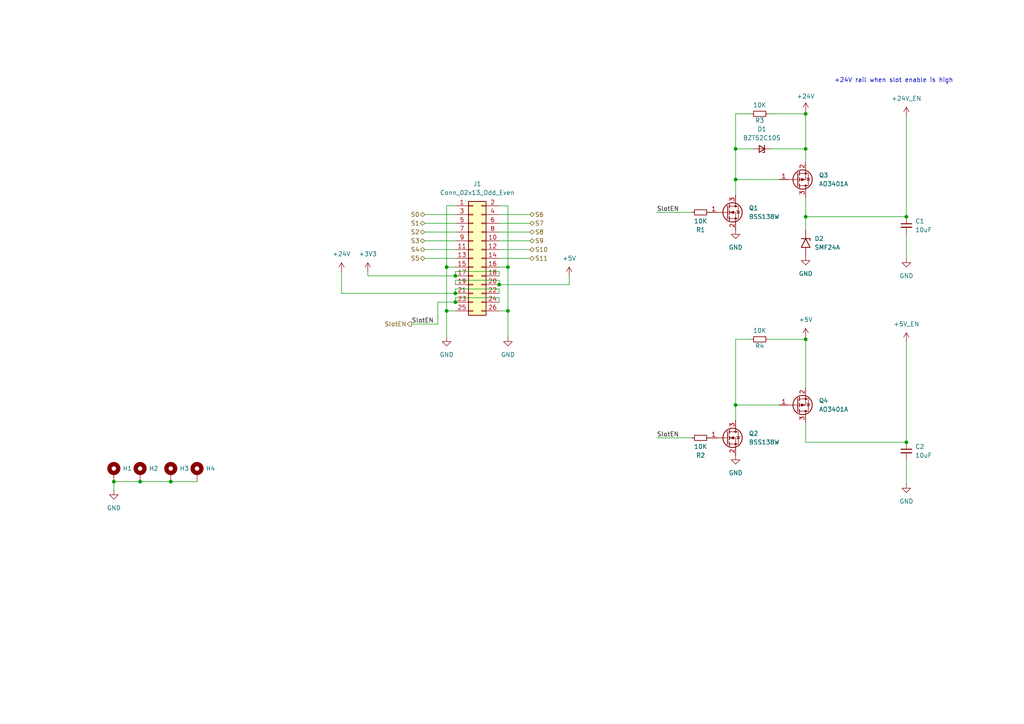
<source format=kicad_sch>
(kicad_sch (version 20231120) (generator "eeschema") (generator_version "8.0")
  (paper "A4")
  (lib_symbols
    (symbol "Connector_Generic:Conn_02x13_Odd_Even" (pin_names (offset 1.016) hide)
      (property "Reference" "J" (at 1.27 17.78 0))
      (property "Value" "Conn_02x13_Odd_Even" (at 1.27 -17.78 0))
      (symbol "Conn_02x13_Odd_Even_1_1"
        (rectangle (start -1.27 -15.113) (end 0 -15.367) (stroke (width 0.1524)))
        (rectangle (start -1.27 -12.573) (end 0 -12.827) (stroke (width 0.1524)))
        (rectangle (start -1.27 -10.033) (end 0 -10.287) (stroke (width 0.1524)))
        (rectangle (start -1.27 -7.493) (end 0 -7.747) (stroke (width 0.1524)))
        (rectangle (start -1.27 -4.953) (end 0 -5.207) (stroke (width 0.1524)))
        (rectangle (start -1.27 -2.413) (end 0 -2.667) (stroke (width 0.1524)))
        (rectangle (start -1.27 0.127) (end 0 -0.127) (stroke (width 0.1524)))
        (rectangle (start -1.27 2.667) (end 0 2.413) (stroke (width 0.1524)))
        (rectangle (start -1.27 5.207) (end 0 4.953) (stroke (width 0.1524)))
        (rectangle (start -1.27 7.747) (end 0 7.493) (stroke (width 0.1524)))
        (rectangle (start -1.27 10.287) (end 0 10.033) (stroke (width 0.1524)))
        (rectangle (start -1.27 12.827) (end 0 12.573) (stroke (width 0.1524)))
        (rectangle (start -1.27 15.367) (end 0 15.113) (stroke (width 0.1524)))
        (rectangle (start -1.27 16.51) (end 3.81 -16.51) (stroke (width 0.254)) (fill (type background)))
        (rectangle (start 3.81 -15.113) (end 2.54 -15.367) (stroke (width 0.1524)))
        (rectangle (start 3.81 -12.573) (end 2.54 -12.827) (stroke (width 0.1524)))
        (rectangle (start 3.81 -10.033) (end 2.54 -10.287) (stroke (width 0.1524)))
        (rectangle (start 3.81 -7.493) (end 2.54 -7.747) (stroke (width 0.1524)))
        (rectangle (start 3.81 -4.953) (end 2.54 -5.207) (stroke (width 0.1524)))
        (rectangle (start 3.81 -2.413) (end 2.54 -2.667) (stroke (width 0.1524)))
        (rectangle (start 3.81 0.127) (end 2.54 -0.127) (stroke (width 0.1524)))
        (rectangle (start 3.81 2.667) (end 2.54 2.413) (stroke (width 0.1524)))
        (rectangle (start 3.81 5.207) (end 2.54 4.953) (stroke (width 0.1524)))
        (rectangle (start 3.81 7.747) (end 2.54 7.493) (stroke (width 0.1524)))
        (rectangle (start 3.81 10.287) (end 2.54 10.033) (stroke (width 0.1524)))
        (rectangle (start 3.81 12.827) (end 2.54 12.573) (stroke (width 0.1524)))
        (rectangle (start 3.81 15.367) (end 2.54 15.113) (stroke (width 0.1524)))
        (pin passive line (at -5.08 15.24 0) (length 3.81) (name "Pin_1") (number "1"))
        (pin passive line (at 7.62 5.08 180) (length 3.81) (name "Pin_10") (number "10"))
        (pin passive line (at -5.08 2.54 0) (length 3.81) (name "Pin_11") (number "11"))
        (pin passive line (at 7.62 2.54 180) (length 3.81) (name "Pin_12") (number "12"))
        (pin passive line (at -5.08 0 0) (length 3.81) (name "Pin_13") (number "13"))
        (pin passive line (at 7.62 0 180) (length 3.81) (name "Pin_14") (number "14"))
        (pin passive line (at -5.08 -2.54 0) (length 3.81) (name "Pin_15") (number "15"))
        (pin passive line (at 7.62 -2.54 180) (length 3.81) (name "Pin_16") (number "16"))
        (pin passive line (at -5.08 -5.08 0) (length 3.81) (name "Pin_17") (number "17"))
        (pin passive line (at 7.62 -5.08 180) (length 3.81) (name "Pin_18") (number "18"))
        (pin passive line (at -5.08 -7.62 0) (length 3.81) (name "Pin_19") (number "19"))
        (pin passive line (at 7.62 15.24 180) (length 3.81) (name "Pin_2") (number "2"))
        (pin passive line (at 7.62 -7.62 180) (length 3.81) (name "Pin_20") (number "20"))
        (pin passive line (at -5.08 -10.16 0) (length 3.81) (name "Pin_21") (number "21"))
        (pin passive line (at 7.62 -10.16 180) (length 3.81) (name "Pin_22") (number "22"))
        (pin passive line (at -5.08 -12.7 0) (length 3.81) (name "Pin_23") (number "23"))
        (pin passive line (at 7.62 -12.7 180) (length 3.81) (name "Pin_24") (number "24"))
        (pin passive line (at -5.08 -15.24 0) (length 3.81) (name "Pin_25") (number "25"))
        (pin passive line (at 7.62 -15.24 180) (length 3.81) (name "Pin_26") (number "26"))
        (pin passive line (at -5.08 12.7 0) (length 3.81) (name "Pin_3") (number "3"))
        (pin passive line (at 7.62 12.7 180) (length 3.81) (name "Pin_4") (number "4"))
        (pin passive line (at -5.08 10.16 0) (length 3.81) (name "Pin_5") (number "5"))
        (pin passive line (at 7.62 10.16 180) (length 3.81) (name "Pin_6") (number "6"))
        (pin passive line (at -5.08 7.62 0) (length 3.81) (name "Pin_7") (number "7"))
        (pin passive line (at 7.62 7.62 180) (length 3.81) (name "Pin_8") (number "8"))
        (pin passive line (at -5.08 5.08 0) (length 3.81) (name "Pin_9") (number "9"))
      )
    )
    (symbol "Device:C_Small" (pin_numbers hide) (pin_names (offset 0.254) hide)
      (property "Reference" "C" (at 0.254 1.778 0))
      (property "Value" "C_Small" (at 0.254 -2.032 0))
      (symbol "C_Small_0_1"
        (polyline (pts (xy -1.524 -0.508) (xy 1.524 -0.508)) (stroke (width 0.3302)))
        (polyline (pts (xy -1.524 0.508) (xy 1.524 0.508)) (stroke (width 0.3048)))
      )
      (symbol "C_Small_1_1"
        (pin passive line (at 0 2.54 270) (length 2.032) (name "~") (number "1"))
        (pin passive line (at 0 -2.54 90) (length 2.032) (name "~") (number "2"))
      )
    )
    (symbol "Device:R_Small" (pin_numbers hide) (pin_names (offset 0.254) hide)
      (property "Reference" "R" (at 0.762 0.508 0))
      (property "Value" "R_Small" (at 0.762 -1.016 0))
      (symbol "R_Small_0_1"
        (rectangle (start -0.762 1.778) (end 0.762 -1.778) (stroke (width 0.2032)))
      )
      (symbol "R_Small_1_1"
        (pin passive line (at 0 2.54 270) (length 0.762) (name "~") (number "1"))
        (pin passive line (at 0 -2.54 90) (length 0.762) (name "~") (number "2"))
      )
    )
    (symbol "hadv-diodes:BZT52C10S" (pin_numbers hide) (pin_names (offset 0.254) hide)
      (property "Reference" "D" (at 0 2.286 0))
      (property "Value" "BZT52C10S" (at 0 -2.286 0))
      (symbol "BZT52C10S_0_1"
        (polyline (pts (xy 0.762 0) (xy -0.762 0)))
        (polyline (pts (xy -0.254 1.016) (xy -0.762 1.016) (xy -0.762 -1.016)) (stroke (width 0.254)))
        (polyline (pts (xy 0.762 1.016) (xy -0.762 0) (xy 0.762 -1.016) (xy 0.762 1.016)) (stroke (width 0.254)))
      )
      (symbol "BZT52C10S_1_1"
        (pin passive line (at -2.54 0 0) (length 1.778) (name "K") (number "1"))
        (pin passive line (at 2.54 0 180) (length 1.778) (name "A") (number "2"))
      )
    )
    (symbol "hadv-mechanical:MH_3.2mm" (pin_numbers hide) (pin_names (offset 1.016) hide) (in_bom no)
      (property "Reference" "H" (at 0 6.985 0))
      (symbol "MH_3.2mm_0_1"
        (circle (center 0 3.81) (radius 1.27) (stroke (width 1.27)))
      )
      (symbol "MH_3.2mm_1_1"
        (pin input line (at 0 0 90) (length 2.54) (name "1") (number "1"))
      )
    )
    (symbol "hadv-protection:SMF24A" (pin_numbers hide) (pin_names (offset 1.016) hide)
      (property "Reference" "D" (at 0 2.54 0))
      (property "Value" "SMF24A" (at 0 -2.54 0))
      (symbol "SMF24A_0_1"
        (polyline (pts (xy -0.762 1.27) (xy -1.27 1.27) (xy -1.27 -1.27)) (stroke (width 0.254)))
        (polyline (pts (xy 1.27 1.27) (xy 1.27 -1.27) (xy -1.27 0) (xy 1.27 1.27)) (stroke (width 0.254)))
      )
      (symbol "SMF24A_1_1"
        (pin passive line (at -3.81 0 0) (length 2.54) (name "A1") (number "1"))
        (pin passive line (at 3.81 0 180) (length 2.54) (name "A2") (number "2"))
      )
    )
    (symbol "hadv-transistors:AO3401A" (pin_names hide)
      (property "Reference" "Q" (at 5.08 1.905 0))
      (property "Value" "AO3401A" (at 5.08 0 0))
      (symbol "AO3401A_0_1"
        (polyline (pts (xy 0.254 0) (xy -2.54 0)))
        (polyline (pts (xy 0.254 1.905) (xy 0.254 -1.905)) (stroke (width 0.254)))
        (polyline (pts (xy 0.762 -1.27) (xy 0.762 -2.286)) (stroke (width 0.254)))
        (polyline (pts (xy 0.762 0.508) (xy 0.762 -0.508)) (stroke (width 0.254)))
        (polyline (pts (xy 0.762 2.286) (xy 0.762 1.27)) (stroke (width 0.254)))
        (polyline (pts (xy 2.54 2.54) (xy 2.54 1.778)))
        (polyline (pts (xy 2.54 -2.54) (xy 2.54 0) (xy 0.762 0)))
        (polyline (pts (xy 0.762 1.778) (xy 3.302 1.778) (xy 3.302 -1.778) (xy 0.762 -1.778)))
        (polyline (pts (xy 2.286 0) (xy 1.27 0.381) (xy 1.27 -0.381) (xy 2.286 0)) (fill (type outline)))
        (polyline (pts (xy 2.794 -0.508) (xy 2.921 -0.381) (xy 3.683 -0.381) (xy 3.81 -0.254)))
        (polyline (pts (xy 3.302 -0.381) (xy 2.921 0.254) (xy 3.683 0.254) (xy 3.302 -0.381)))
        (circle (center 1.651 0) (radius 2.794) (stroke (width 0.254)))
        (circle (center 2.54 -1.778) (radius 0.254) (fill (type outline)))
        (circle (center 2.54 1.778) (radius 0.254) (fill (type outline)))
      )
      (symbol "AO3401A_1_1"
        (pin input line (at -5.08 0 0) (length 2.54) (name "G") (number "1"))
        (pin passive line (at 2.54 -5.08 90) (length 2.54) (name "S") (number "2"))
        (pin passive line (at 2.54 5.08 270) (length 2.54) (name "D") (number "3"))
      )
    )
    (symbol "hadv-transistors:BSS138W" (pin_names (offset 0) hide)
      (property "Reference" "Q" (at 5.08 1.27 0))
      (property "Value" "BSS138W" (at 5.08 -1.27 0))
      (symbol "BSS138W_0_1"
        (polyline (pts (xy 0.254 0) (xy -2.54 0)))
        (polyline (pts (xy 0.254 1.905) (xy 0.254 -1.905)) (stroke (width 0.254)))
        (polyline (pts (xy 0.762 -1.27) (xy 0.762 -2.286)) (stroke (width 0.254)))
        (polyline (pts (xy 0.762 0.508) (xy 0.762 -0.508)) (stroke (width 0.254)))
        (polyline (pts (xy 0.762 2.286) (xy 0.762 1.27)) (stroke (width 0.254)))
        (polyline (pts (xy 2.54 2.54) (xy 2.54 1.778)))
        (polyline (pts (xy 2.54 -2.54) (xy 2.54 0) (xy 0.762 0)))
        (polyline (pts (xy 0.762 -1.778) (xy 3.302 -1.778) (xy 3.302 1.778) (xy 0.762 1.778)))
        (polyline (pts (xy 1.016 0) (xy 2.032 0.381) (xy 2.032 -0.381) (xy 1.016 0)) (fill (type outline)))
        (polyline (pts (xy 2.794 0.508) (xy 2.921 0.381) (xy 3.683 0.381) (xy 3.81 0.254)))
        (polyline (pts (xy 3.302 0.381) (xy 2.921 -0.254) (xy 3.683 -0.254) (xy 3.302 0.381)))
        (circle (center 1.651 0) (radius 2.794) (stroke (width 0.254)))
        (circle (center 2.54 -1.778) (radius 0.254) (fill (type outline)))
        (circle (center 2.54 1.778) (radius 0.254) (fill (type outline)))
      )
      (symbol "BSS138W_1_1"
        (pin input line (at -5.08 0 0) (length 2.54) (name "G") (number "1"))
        (pin passive line (at 2.54 -5.08 90) (length 2.54) (name "S") (number "2"))
        (pin passive line (at 2.54 5.08 270) (length 2.54) (name "D") (number "3"))
      )
    )
    (symbol "hadv-vregs:+24V_EN" (power) (pin_numbers hide) (pin_names (offset 0) hide)
      (property "Value" "+24V_EN" (at 0 3.556 0))
      (symbol "+24V_EN_0_1"
        (polyline (pts (xy -0.762 1.27) (xy 0 2.54)))
        (polyline (pts (xy 0 0) (xy 0 2.54)))
        (polyline (pts (xy 0 2.54) (xy 0.762 1.27)))
      )
      (symbol "+24V_EN_1_1"
        (pin power_in line (at 0 0 90) (length 0) (name "~") (number "1"))
      )
    )
    (symbol "hadv-vregs:+5V_EN" (power) (pin_numbers hide) (pin_names (offset 0) hide)
      (property "Value" "+5V_EN" (at 0 3.556 0))
      (symbol "+5V_EN_0_1"
        (polyline (pts (xy -0.762 1.27) (xy 0 2.54)))
        (polyline (pts (xy 0 0) (xy 0 2.54)))
        (polyline (pts (xy 0 2.54) (xy 0.762 1.27)))
      )
      (symbol "+5V_EN_1_1"
        (pin power_in line (at 0 0 90) (length 0) (name "~") (number "1"))
      )
    )
    (symbol "power:+24V" (power) (pin_numbers hide) (pin_names (offset 0) hide)
      (property "Value" "+24V" (at 0 3.556 0))
      (symbol "+24V_0_1"
        (polyline (pts (xy -0.762 1.27) (xy 0 2.54)))
        (polyline (pts (xy 0 0) (xy 0 2.54)))
        (polyline (pts (xy 0 2.54) (xy 0.762 1.27)))
      )
      (symbol "+24V_1_1"
        (pin power_in line (at 0 0 90) (length 0) (name "~") (number "1"))
      )
    )
    (symbol "power:+3V3" (power) (pin_numbers hide) (pin_names (offset 0) hide)
      (property "Value" "+3V3" (at 0 3.556 0))
      (symbol "+3V3_0_1"
        (polyline (pts (xy -0.762 1.27) (xy 0 2.54)))
        (polyline (pts (xy 0 0) (xy 0 2.54)))
        (polyline (pts (xy 0 2.54) (xy 0.762 1.27)))
      )
      (symbol "+3V3_1_1"
        (pin power_in line (at 0 0 90) (length 0) (name "~") (number "1"))
      )
    )
    (symbol "power:+5V" (power) (pin_numbers hide) (pin_names (offset 0) hide)
      (property "Value" "+5V" (at 0 3.556 0))
      (symbol "+5V_0_1"
        (polyline (pts (xy -0.762 1.27) (xy 0 2.54)))
        (polyline (pts (xy 0 0) (xy 0 2.54)))
        (polyline (pts (xy 0 2.54) (xy 0.762 1.27)))
      )
      (symbol "+5V_1_1"
        (pin power_in line (at 0 0 90) (length 0) (name "~") (number "1"))
      )
    )
    (symbol "power:GND" (power) (pin_numbers hide) (pin_names (offset 0) hide)
      (property "Value" "GND" (at 0 -3.81 0))
      (symbol "GND_0_1"
        (polyline (pts (xy 0 0) (xy 0 -1.27) (xy 1.27 -1.27) (xy 0 -2.54) (xy -1.27 -1.27) (xy 0 -1.27)))
      )
      (symbol "GND_1_1"
        (pin power_in line (at 0 0 270) (length 0) (name "~") (number "1"))
      )
    )
  )
  (junction (at 213.36 117.475))
  (junction (at 40.64 139.7))
  (junction (at 132.08 85.09))
  (junction (at 262.89 128.27))
  (junction (at 129.54 90.17))
  (junction (at 144.78 82.55))
  (junction (at 233.68 98.425))
  (junction (at 213.36 52.07))
  (junction (at 132.08 87.63))
  (junction (at 147.32 90.17))
  (junction (at 233.68 43.18))
  (junction (at 129.54 77.47))
  (junction (at 233.68 33.02))
  (junction (at 262.89 62.865))
  (junction (at 33.02 139.7))
  (junction (at 213.36 43.18))
  (junction (at 233.68 62.865))
  (junction (at 49.53 139.7))
  (junction (at 147.32 77.47))
  (junction (at 132.08 80.01))
  (wire (pts (xy 144.78 69.85) (xy 153.67 69.85)))
  (wire (pts (xy 144.78 82.55) (xy 144.78 81.28)))
  (wire (pts (xy 144.78 81.28) (xy 132.08 81.28)))
  (wire (pts (xy 129.54 90.17) (xy 132.08 90.17)))
  (wire (pts (xy 99.06 78.74) (xy 99.06 85.09)))
  (wire (pts (xy 99.06 85.09) (xy 132.08 85.09)))
  (wire (pts (xy 106.68 80.01) (xy 132.08 80.01)))
  (wire (pts (xy 233.68 33.02) (xy 233.68 43.18)))
  (wire (pts (xy 123.19 69.85) (xy 132.08 69.85)))
  (wire (pts (xy 40.64 139.7) (xy 49.53 139.7)))
  (wire (pts (xy 233.68 32.385) (xy 233.68 33.02)))
  (wire (pts (xy 132.08 78.74) (xy 132.08 80.01)))
  (wire (pts (xy 262.89 74.93) (xy 262.89 67.945)))
  (wire (pts (xy 144.78 72.39) (xy 153.67 72.39)))
  (wire (pts (xy 190.5 61.595) (xy 200.66 61.595)))
  (wire (pts (xy 119.38 93.98) (xy 127 93.98)))
  (wire (pts (xy 129.54 59.69) (xy 132.08 59.69)))
  (wire (pts (xy 147.32 77.47) (xy 147.32 90.17)))
  (wire (pts (xy 33.02 139.7) (xy 33.02 142.24)))
  (wire (pts (xy 213.36 43.18) (xy 213.36 52.07)))
  (wire (pts (xy 262.89 33.655) (xy 262.89 62.865)))
  (wire (pts (xy 127 87.63) (xy 127 93.98)))
  (wire (pts (xy 144.78 64.77) (xy 153.67 64.77)))
  (wire (pts (xy 129.54 77.47) (xy 132.08 77.47)))
  (wire (pts (xy 123.19 72.39) (xy 132.08 72.39)))
  (wire (pts (xy 132.08 87.63) (xy 127 87.63)))
  (wire (pts (xy 233.68 62.865) (xy 262.89 62.865)))
  (wire (pts (xy 226.06 117.475) (xy 213.36 117.475)))
  (wire (pts (xy 213.36 52.07) (xy 213.36 56.515)))
  (wire (pts (xy 144.78 67.31) (xy 153.67 67.31)))
  (wire (pts (xy 233.68 57.15) (xy 233.68 62.865)))
  (wire (pts (xy 129.54 77.47) (xy 129.54 90.17)))
  (wire (pts (xy 213.36 98.425) (xy 213.36 117.475)))
  (wire (pts (xy 144.78 86.36) (xy 132.08 86.36)))
  (wire (pts (xy 233.68 62.865) (xy 233.68 66.675)))
  (wire (pts (xy 144.78 83.82) (xy 132.08 83.82)))
  (wire (pts (xy 132.08 81.28) (xy 132.08 82.55)))
  (wire (pts (xy 222.885 98.425) (xy 233.68 98.425)))
  (wire (pts (xy 129.54 59.69) (xy 129.54 77.47)))
  (wire (pts (xy 123.19 62.23) (xy 132.08 62.23)))
  (wire (pts (xy 123.19 74.93) (xy 132.08 74.93)))
  (wire (pts (xy 222.885 33.02) (xy 233.68 33.02)))
  (wire (pts (xy 147.32 59.69) (xy 147.32 77.47)))
  (wire (pts (xy 144.78 82.55) (xy 165.1 82.55)))
  (wire (pts (xy 144.78 85.09) (xy 144.78 83.82)))
  (wire (pts (xy 123.19 64.77) (xy 132.08 64.77)))
  (wire (pts (xy 144.78 62.23) (xy 153.67 62.23)))
  (wire (pts (xy 144.78 78.74) (xy 144.78 80.01)))
  (wire (pts (xy 190.5 127) (xy 200.66 127)))
  (wire (pts (xy 132.08 83.82) (xy 132.08 85.09)))
  (wire (pts (xy 213.36 43.18) (xy 218.44 43.18)))
  (wire (pts (xy 217.805 98.425) (xy 213.36 98.425)))
  (wire (pts (xy 233.68 128.27) (xy 262.89 128.27)))
  (wire (pts (xy 132.08 86.36) (xy 132.08 87.63)))
  (wire (pts (xy 132.08 78.74) (xy 144.78 78.74)))
  (wire (pts (xy 223.52 43.18) (xy 233.68 43.18)))
  (wire (pts (xy 144.78 87.63) (xy 144.78 86.36)))
  (wire (pts (xy 262.89 140.335) (xy 262.89 133.35)))
  (wire (pts (xy 123.19 67.31) (xy 132.08 67.31)))
  (wire (pts (xy 165.1 80.01) (xy 165.1 82.55)))
  (wire (pts (xy 213.36 33.02) (xy 213.36 43.18)))
  (wire (pts (xy 144.78 77.47) (xy 147.32 77.47)))
  (wire (pts (xy 129.54 90.17) (xy 129.54 97.79)))
  (wire (pts (xy 233.68 43.18) (xy 233.68 46.99)))
  (wire (pts (xy 213.36 117.475) (xy 213.36 121.92)))
  (wire (pts (xy 217.805 33.02) (xy 213.36 33.02)))
  (wire (pts (xy 226.06 52.07) (xy 213.36 52.07)))
  (wire (pts (xy 233.68 98.425) (xy 233.68 112.395)))
  (wire (pts (xy 233.68 122.555) (xy 233.68 128.27)))
  (wire (pts (xy 144.78 74.93) (xy 153.67 74.93)))
  (wire (pts (xy 144.78 90.17) (xy 147.32 90.17)))
  (wire (pts (xy 49.53 139.7) (xy 57.15 139.7)))
  (wire (pts (xy 147.32 59.69) (xy 144.78 59.69)))
  (wire (pts (xy 33.02 139.7) (xy 40.64 139.7)))
  (wire (pts (xy 262.89 99.06) (xy 262.89 128.27)))
  (wire (pts (xy 106.68 78.74) (xy 106.68 80.01)))
  (wire (pts (xy 233.68 97.79) (xy 233.68 98.425)))
  (wire (pts (xy 147.32 90.17) (xy 147.32 97.79)))
  (text "+24V rail when slot enable is high" (at 241.935 24.13 0) (effects (font (size 1.27 1.27)) (justify left bottom)))
  (label "SlotEN" (at 190.5 127 0))
  (label "SlotEN" (at 190.5 61.595 0))
  (label "SlotEN" (at 119.38 93.98 0))
  (hierarchical_label "S11" (shape bidirectional) (at 153.67 74.93 0))
  (hierarchical_label "S6" (shape bidirectional) (at 153.67 62.23 0))
  (hierarchical_label "S0" (shape bidirectional) (at 123.19 62.23 180))
  (hierarchical_label "S2" (shape bidirectional) (at 123.19 67.31 180))
  (hierarchical_label "S5" (shape bidirectional) (at 123.19 74.93 180))
  (hierarchical_label "S7" (shape bidirectional) (at 153.67 64.77 0))
  (hierarchical_label "S1" (shape bidirectional) (at 123.19 64.77 180))
  (hierarchical_label "S10" (shape bidirectional) (at 153.67 72.39 0))
  (hierarchical_label "SlotEN" (shape output) (at 119.38 93.98 180))
  (hierarchical_label "S8" (shape bidirectional) (at 153.67 67.31 0))
  (hierarchical_label "S9" (shape bidirectional) (at 153.67 69.85 0))
  (hierarchical_label "S3" (shape bidirectional) (at 123.19 69.85 180))
  (hierarchical_label "S4" (shape bidirectional) (at 123.19 72.39 180))
  (symbol (lib_id "power:GND") (at 233.68 74.295 0) (unit 1)
    (property "Reference" "#PWR09" (effects (hide yes)))
    (property "Value" "GND" (at 233.68 79.375 0))
  )
  (symbol (lib_id "power:GND") (at 262.89 74.93 0) (unit 1)
    (property "Reference" "#PWR012" (effects (hide yes)))
    (property "Value" "GND" (at 262.89 80.01 0))
  )
  (symbol (lib_id "hadv-mechanical:MH_3.2mm") (at 57.15 139.7 0) (unit 1) (in_bom no)
    (property "Reference" "H4" (at 59.69 135.8899 0) (effects (justify left)))
    (property "Value" "MH_3.2mm" (effects (hide yes)))
    (property "Footprint" "MountingHole:MountingHole_3.2mm_M3_Pad_Via" (effects (hide yes)))
    (property "Description" "Mounting Hole with pad for M3 bolt" (effects (hide yes)))
  )
  (symbol (lib_id "power:GND") (at 129.54 97.79 0) (unit 1)
    (property "Reference" "#PWR03" (effects (hide yes)))
    (property "Value" "GND" (at 129.54 102.87 0))
    (property "Description" "Power symbol creates a global label with name \"GND\" , ground" (effects (hide yes)))
  )
  (symbol (lib_id "power:GND") (at 213.36 132.08 0) (unit 1)
    (property "Reference" "#PWR07" (effects (hide yes)))
    (property "Value" "GND" (at 213.36 137.16 0))
  )
  (symbol (lib_id "hadv-mechanical:MH_3.2mm") (at 33.02 139.7 0) (unit 1) (in_bom no)
    (property "Reference" "H1" (at 35.56 135.8899 0) (effects (justify left)))
    (property "Value" "MH_3.2mm" (effects (hide yes)))
    (property "Footprint" "MountingHole:MountingHole_3.2mm_M3_Pad_Via" (effects (hide yes)))
    (property "Description" "Mounting Hole with pad for M3 bolt" (effects (hide yes)))
  )
  (symbol (lib_id "Connector_Generic:Conn_02x13_Odd_Even") (at 137.16 74.93 0) (unit 1)
    (property "Reference" "J1" (at 138.43 53.34 0))
    (property "Value" "Conn_02x13_Odd_Even" (at 138.43 55.88 0))
    (property "Footprint" "Connector_PinHeader_2.54mm:PinHeader_2x13_P2.54mm_Horizontal" (effects (hide yes)))
    (property "Description" "Generic connector, double row, 02x13, odd/even pin numbering scheme (row 1 odd numbers, row 2 even numbers), script generated (kicad-library-utils/schlib/autogen/connector/)" (effects (hide yes)))
  )
  (symbol (lib_id "hadv-vregs:+5V_EN") (at 262.89 99.06 0) (unit 1)
    (property "Reference" "#PWR013" (effects (hide yes)))
    (property "Value" "+5V_EN" (at 262.89 93.98 0))
    (property "Description" "Power symbol creates a global label with name \"+5V_EN\"" (effects (hide yes)))
  )
  (symbol (lib_id "hadv-transistors:BSS138W") (at 210.82 61.595 0) (unit 1)
    (property "Reference" "Q1" (at 217.17 60.325 0) (effects (justify left)))
    (property "Value" "BSS138W" (at 217.17 62.865 0) (effects (justify left)))
    (property "Footprint" "Package_TO_SOT_SMD:SOT-323_SC-70" (effects (hide yes)))
    (property "MPN" "BSS138W" (effects (hide yes)))
    (property "Manufacturer" "Jiangsu Changjing Electronics Technology Co., Ltd." (effects (hide yes)))
    (property "LCSC#" "C504052" (effects (hide yes)))
  )
  (symbol (lib_id "power:+3V3") (at 106.68 78.74 0) (unit 1)
    (property "Reference" "#PWR02" (effects (hide yes)))
    (property "Value" "+3V3" (at 106.68 73.66 0))
    (property "Description" "Power symbol creates a global label with name \"+3V3\"" (effects (hide yes)))
  )
  (symbol (lib_id "power:GND") (at 213.36 66.675 0) (unit 1)
    (property "Reference" "#PWR06" (effects (hide yes)))
    (property "Value" "GND" (at 213.36 71.755 0))
  )
  (symbol (lib_id "power:+24V") (at 99.06 78.74 0) (unit 1)
    (property "Reference" "#PWR01" (effects (hide yes)))
    (property "Value" "+24V" (at 99.06 73.66 0))
    (property "Description" "Power symbol creates a global label with name \"+24V\"" (effects (hide yes)))
  )
  (symbol (lib_id "power:+24V") (at 233.68 32.385 0) (unit 1)
    (property "Reference" "#PWR08" (effects (hide yes)))
    (property "Value" "+24V" (at 233.68 27.94 0))
  )
  (symbol (lib_id "hadv-diodes:BZT52C10S") (at 220.98 43.18 180) (unit 1)
    (property "Reference" "D1" (at 220.98 37.465 0))
    (property "Value" "BZT52C10S" (at 220.98 40.005 0))
    (property "Footprint" "Diode_SMD:D_SOD-323" (effects (hide yes)))
    (property "MPN" "BZT52C10S" (effects (hide yes)))
    (property "LCSC#" "C5270769" (effects (hide yes)))
    (property "Manufacturer" "YFW" (effects (hide yes)))
  )
  (symbol (lib_id "power:GND") (at 33.02 142.24 0) (unit 1)
    (property "Reference" "#PWR071" (effects (hide yes)))
    (property "Value" "GND" (at 33.02 147.32 0))
    (property "Description" "Power symbol creates a global label with name \"GND\" , ground" (effects (hide yes)))
  )
  (symbol (lib_id "power:+5V") (at 233.68 97.79 0) (unit 1)
    (property "Reference" "#PWR010" (effects (hide yes)))
    (property "Value" "+5V" (at 233.68 92.71 0))
    (property "Description" "Power symbol creates a global label with name \"+5V\"" (effects (hide yes)))
  )
  (symbol (lib_id "Device:C_Small") (at 262.89 65.405 0) (unit 1)
    (property "Reference" "C1" (at 265.43 64.1413 0) (effects (justify left)))
    (property "Value" "10uF" (at 265.43 66.6813 0) (effects (justify left)))
    (property "Footprint" "Capacitor_SMD:C_0805_2012Metric" (effects (hide yes)))
    (property "LCSC#" "C440198" (effects (hide yes)))
    (property "MPN" "GRM21BR61H106KE43L" (effects (hide yes)))
  )
  (symbol (lib_id "hadv-protection:SMF24A") (at 233.68 70.485 270) (unit 1)
    (property "Reference" "D2" (at 236.22 69.215 90) (effects (justify left)))
    (property "Value" "SMF24A" (at 236.22 71.755 90) (effects (justify left)))
    (property "Footprint" "Diode_SMD:D_SOD-123F" (effects (hide yes)))
    (property "Datasheet" "https://datasheet.lcsc.com/lcsc/2304140030_Shandong-Jingdao-Microelectronics-SMF24A_C169430.pdf" (effects (hide yes)))
    (property "MPN" "SMF24A" (effects (hide yes)))
    (property "LCSC#" "C169430" (effects (hide yes)))
    (property "Manufacturer" "Shandong Jingdao Microelectronics" (effects (hide yes)))
  )
  (symbol (lib_id "Device:R_Small") (at 203.2 127 270) (unit 1)
    (property "Reference" "R2" (at 203.2 132.08 90))
    (property "Value" "10K" (at 203.2 129.54 90))
    (property "Footprint" "Resistor_SMD:R_0603_1608Metric" (effects (hide yes)))
  )
  (symbol (lib_id "Device:R_Small") (at 220.345 33.02 270) (unit 1)
    (property "Reference" "R3" (at 220.345 34.925 90))
    (property "Value" "10K" (at 220.345 30.48 90))
    (property "Footprint" "Resistor_SMD:R_0603_1608Metric" (effects (hide yes)))
  )
  (symbol (lib_id "Device:R_Small") (at 220.345 98.425 270) (unit 1)
    (property "Reference" "R4" (at 220.345 100.33 90))
    (property "Value" "10K" (at 220.345 95.885 90))
    (property "Footprint" "Resistor_SMD:R_0603_1608Metric" (effects (hide yes)))
  )
  (symbol (lib_id "hadv-transistors:AO3401A") (at 231.14 117.475 0) (mirror x) (unit 1)
    (property "Reference" "Q4" (at 237.49 116.205 0) (effects (justify left)))
    (property "Value" "AO3401A" (at 237.49 118.745 0) (effects (justify left)))
    (property "Footprint" "Package_TO_SOT_SMD:SOT-23" (effects (hide yes)))
    (property "Datasheet" "http://www.vishay.com/docs/70209/70209.pdf" (effects (hide yes)))
    (property "LCSC#" "C347476" (effects (hide yes)))
    (property "MPN" "AO3401A" (effects (hide yes)))
    (property "Manufacturer" "UMW" (effects (hide yes)))
  )
  (symbol (lib_id "Device:C_Small") (at 262.89 130.81 0) (unit 1)
    (property "Reference" "C2" (at 265.43 129.5463 0) (effects (justify left)))
    (property "Value" "10uF" (at 265.43 132.0863 0) (effects (justify left)))
    (property "Footprint" "Capacitor_SMD:C_0805_2012Metric" (effects (hide yes)))
    (property "LCSC#" "C440198" (effects (hide yes)))
    (property "MPN" "GRM21BR61H106KE43L" (effects (hide yes)))
  )
  (symbol (lib_id "Device:R_Small") (at 203.2 61.595 270) (unit 1)
    (property "Reference" "R1" (at 203.2 66.675 90))
    (property "Value" "10K" (at 203.2 64.135 90))
    (property "Footprint" "Resistor_SMD:R_0603_1608Metric" (effects (hide yes)))
  )
  (symbol (lib_id "power:GND") (at 147.32 97.79 0) (unit 1)
    (property "Reference" "#PWR04" (effects (hide yes)))
    (property "Value" "GND" (at 147.32 102.87 0))
    (property "Description" "Power symbol creates a global label with name \"GND\" , ground" (effects (hide yes)))
  )
  (symbol (lib_id "power:GND") (at 262.89 140.335 0) (unit 1)
    (property "Reference" "#PWR014" (effects (hide yes)))
    (property "Value" "GND" (at 262.89 145.415 0))
  )
  (symbol (lib_id "power:+5V") (at 165.1 80.01 0) (unit 1)
    (property "Reference" "#PWR05" (effects (hide yes)))
    (property "Value" "+5V" (at 165.1 74.93 0))
    (property "Description" "Power symbol creates a global label with name \"+5V\"" (effects (hide yes)))
  )
  (symbol (lib_id "hadv-transistors:AO3401A") (at 231.14 52.07 0) (mirror x) (unit 1)
    (property "Reference" "Q3" (at 237.49 50.8 0) (effects (justify left)))
    (property "Value" "AO3401A" (at 237.49 53.34 0) (effects (justify left)))
    (property "Footprint" "Package_TO_SOT_SMD:SOT-23" (effects (hide yes)))
    (property "Datasheet" "http://www.vishay.com/docs/70209/70209.pdf" (effects (hide yes)))
    (property "LCSC#" "C347476" (effects (hide yes)))
    (property "MPN" "AO3401A" (effects (hide yes)))
    (property "Manufacturer" "UMW" (effects (hide yes)))
  )
  (symbol (lib_id "hadv-vregs:+24V_EN") (at 262.89 33.655 0) (unit 1)
    (property "Reference" "#PWR011" (effects (hide yes)))
    (property "Value" "+24V_EN" (at 262.89 28.575 0))
    (property "Description" "Power symbol creates a global label with name \"+24V_EN\"" (effects (hide yes)))
  )
  (symbol (lib_id "hadv-transistors:BSS138W") (at 210.82 127 0) (unit 1)
    (property "Reference" "Q2" (at 217.17 125.73 0) (effects (justify left)))
    (property "Value" "BSS138W" (at 217.17 128.27 0) (effects (justify left)))
    (property "Footprint" "Package_TO_SOT_SMD:SOT-323_SC-70" (effects (hide yes)))
    (property "MPN" "BSS138W" (effects (hide yes)))
    (property "Manufacturer" "Jiangsu Changjing Electronics Technology Co., Ltd." (effects (hide yes)))
    (property "LCSC#" "C504052" (effects (hide yes)))
  )
  (symbol (lib_id "hadv-mechanical:MH_3.2mm") (at 49.53 139.7 0) (unit 1) (in_bom no)
    (property "Reference" "H3" (at 52.07 135.8899 0) (effects (justify left)))
    (property "Value" "MH_3.2mm" (effects (hide yes)))
    (property "Footprint" "MountingHole:MountingHole_3.2mm_M3_Pad_Via" (effects (hide yes)))
    (property "Description" "Mounting Hole with pad for M3 bolt" (effects (hide yes)))
  )
  (symbol (lib_id "hadv-mechanical:MH_3.2mm") (at 40.64 139.7 0) (unit 1) (in_bom no)
    (property "Reference" "H2" (at 43.18 135.8899 0) (effects (justify left)))
    (property "Value" "MH_3.2mm" (effects (hide yes)))
    (property "Footprint" "MountingHole:MountingHole_3.2mm_M3_Pad_Via" (effects (hide yes)))
    (property "Description" "Mounting Hole with pad for M3 bolt" (effects (hide yes)))
  )
)
</source>
